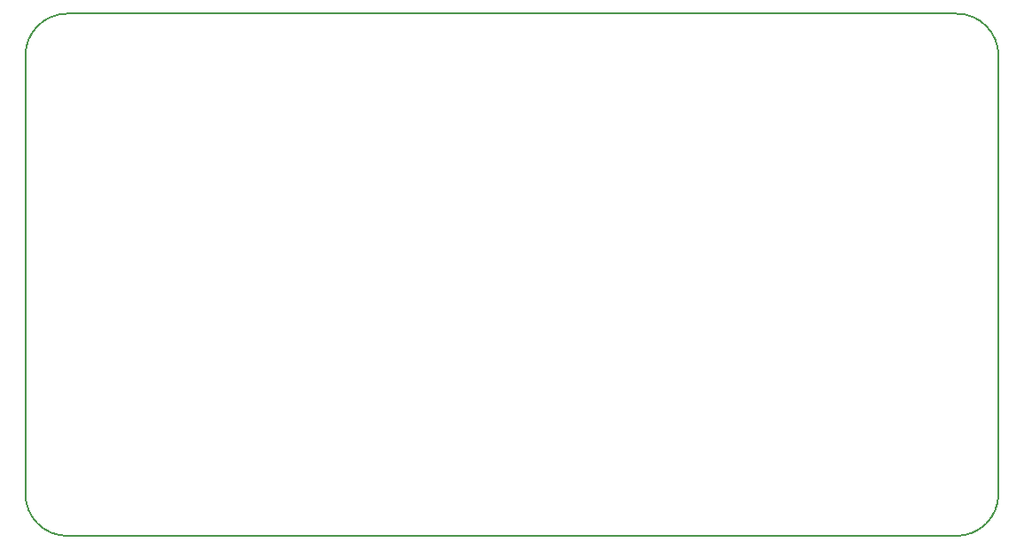
<source format=gbr>
%TF.GenerationSoftware,KiCad,Pcbnew,8.0.6*%
%TF.CreationDate,2024-11-27T16:10:29-06:00*%
%TF.ProjectId,hotdog_pad,686f7464-6f67-45f7-9061-642e6b696361,rev?*%
%TF.SameCoordinates,Original*%
%TF.FileFunction,Profile,NP*%
%FSLAX46Y46*%
G04 Gerber Fmt 4.6, Leading zero omitted, Abs format (unit mm)*
G04 Created by KiCad (PCBNEW 8.0.6) date 2024-11-27 16:10:29*
%MOMM*%
%LPD*%
G01*
G04 APERTURE LIST*
%TA.AperFunction,Profile*%
%ADD10C,0.200000*%
%TD*%
G04 APERTURE END LIST*
D10*
X83000000Y-86000000D02*
X168000000Y-86000000D01*
X168000000Y-36000000D02*
G75*
G02*
X172000000Y-40000000I0J-4000000D01*
G01*
X79000000Y-40000000D02*
G75*
G02*
X83000000Y-36000000I4000000J0D01*
G01*
X172000000Y-82000000D02*
G75*
G02*
X168000000Y-86000000I-4000000J0D01*
G01*
X172000000Y-82000000D02*
X172000000Y-40000000D01*
X79000000Y-40000000D02*
X79000000Y-82000000D01*
X168000000Y-36000000D02*
X83000000Y-36000000D01*
X83000000Y-86000000D02*
G75*
G02*
X79000000Y-82000000I0J4000000D01*
G01*
M02*

</source>
